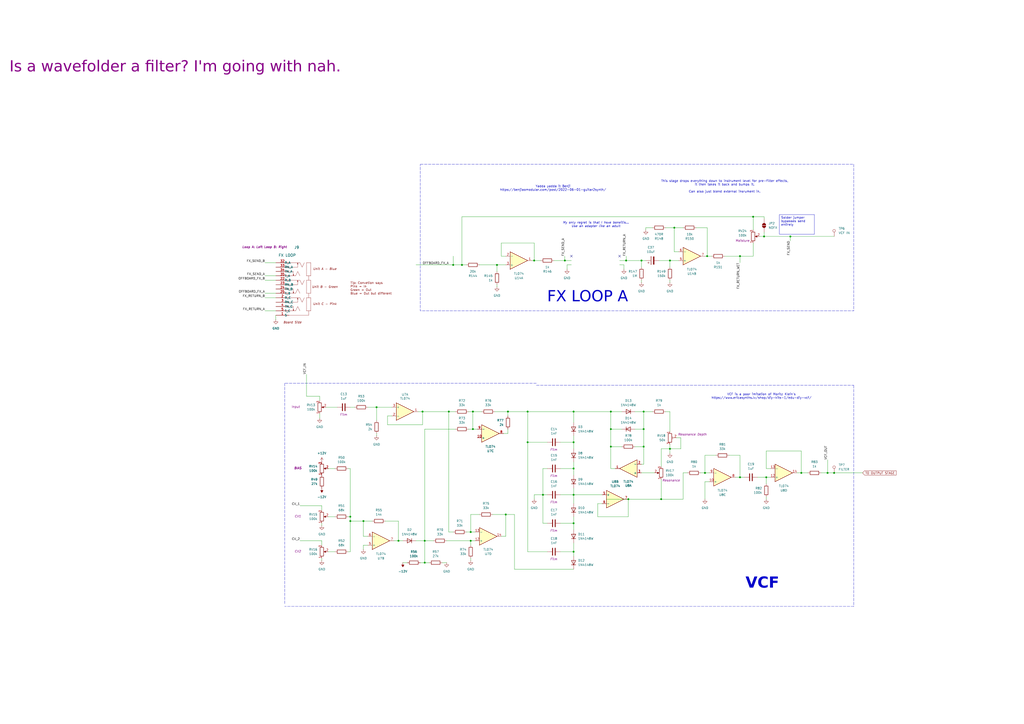
<source format=kicad_sch>
(kicad_sch (version 20231120) (generator "eeschema") (generator_version "8.0")
  (paper "A2")
  (title_block (title "Basiq Explorer") (rev "1.0") (company "velvia-fifty") (comment 1 "https://github.com/velvia-fifty/AudioThings") (comment 2 "If you only sent just one to the fab...") (comment 4 "Stay humble"))
  (lib_symbols
    (symbol "AT-Symbols:STX-4335-5BGP-S1" (pin_names (offset -2.54))
      (property "Reference" "J" (at 11.43 6.35 0))
      (property "Value" "STX-4335-5BGP-S1" (at 20.32 10.16 0))
      (symbol "STX-4335-5BGP-S1_1_1"
        (text "Board Side" (at 9.652 -34.544 0) (effects (font (size 1.27 1.27) (italic yes))))
        (text "Tip: Convetion says\nPink = In\nGreen = Out\nBlue = Out but different" (at 43.18 -14.732 0) (effects (font (size 1.27 1.27)) (justify left)))
        (text "Unit A - Blue" (at 28.448 -3.556 0) (effects (font (size 1.27 1.27) (italic yes))))
        (text "Unit B - Green" (at 28.448 -13.97 0) (effects (font (size 1.27 1.27) (italic yes))))
        (text "Unit C - Pink" (at 28.448 -23.876 0) (effects (font (size 1.27 1.27) (italic yes))))
        (pin unspecified line (at 0 -30.48 0) (length 7.62) (name "S") (number "1"))
        (pin unspecified line (at 0 -20.32 0) (length 7.62) (name "R_C") (number "2"))
        (pin unspecified line (at 0 -10.16 0) (length 7.62) (name "R_B") (number "22"))
        (pin unspecified line (at 0 -12.7 0) (length 7.62) (name "RN_B") (number "23"))
        (pin unspecified line (at 0 -15.24 0) (length 7.62) (name "TN_B") (number "24"))
        (pin unspecified line (at 0 -17.78 0) (length 7.62) (name "T_B") (number "25"))
        (pin unspecified line (at 0 -22.86 0) (length 7.62) (name "RN_C") (number "3"))
        (pin unspecified line (at 0 0 0) (length 7.62) (name "R_A") (number "32"))
        (pin unspecified line (at 0 -2.54 0) (length 7.62) (name "RN_A") (number "33"))
        (pin unspecified line (at 0 -5.08 0) (length 7.62) (name "TN_A") (number "34"))
        (pin unspecified line (at 0 -7.62 0) (length 7.62) (name "T_A") (number "35"))
        (pin unspecified line (at 0 -25.4 0) (length 7.62) (name "TN_C") (number "4"))
        (pin unspecified line (at 0 -27.94 0) (length 7.62) (name "T_C") (number "5"))
      )
    )
    (symbol "Amplifier_Operational:TL074" (pin_names (offset 0.127))
      (property "Reference" "U" (at 0 5.08 0))
      (property "Value" "TL074" (at 0 -5.08 0))
      (symbol "TL074_1_1"
        (pin output line (at 7.62 0 180) (length 2.54) (name "~") (number "1"))
        (pin input line (at -7.62 -2.54 0) (length 2.54) (name "-") (number "2"))
        (pin input line (at -7.62 2.54 0) (length 2.54) (name "+") (number "3"))
      )
      (symbol "TL074_2_1"
        (pin input line (at -7.62 2.54 0) (length 2.54) (name "+") (number "5"))
        (pin input line (at -7.62 -2.54 0) (length 2.54) (name "-") (number "6"))
        (pin output line (at 7.62 0 180) (length 2.54) (name "~") (number "7"))
      )
      (symbol "TL074_3_1"
        (pin input line (at -7.62 2.54 0) (length 2.54) (name "+") (number "10"))
        (pin output line (at 7.62 0 180) (length 2.54) (name "~") (number "8"))
        (pin input line (at -7.62 -2.54 0) (length 2.54) (name "-") (number "9"))
      )
      (symbol "TL074_4_1"
        (pin input line (at -7.62 2.54 0) (length 2.54) (name "+") (number "12"))
        (pin input line (at -7.62 -2.54 0) (length 2.54) (name "-") (number "13"))
        (pin output line (at 7.62 0 180) (length 2.54) (name "~") (number "14"))
      )
      (symbol "TL074_5_1"
        (pin power_in line (at -2.54 -7.62 90) (length 3.81) (name "V-") (number "11"))
        (pin power_in line (at -2.54 7.62 270) (length 3.81) (name "V+") (number "4"))
      )
    )
    (symbol "Connector:TestPoint" (pin_numbers hide) (pin_names (offset 0.762) hide)
      (property "Reference" "TP" (at 0 6.858 0))
      (property "Value" "TestPoint" (at 0 5.08 0))
      (symbol "TestPoint_1_1"
        (pin passive line (at 0 0 90) (length 2.54) (name "1") (number "1"))
      )
    )
    (symbol "Device:C" (pin_numbers hide) (pin_names (offset 0.254))
      (property "Reference" "C" (at 0.635 2.54 0))
      (property "Value" "C" (at 0.635 -2.54 0))
      (symbol "C_1_1"
        (pin passive line (at 0 3.81 270) (length 2.794) (name "~") (number "1"))
        (pin passive line (at 0 -3.81 90) (length 2.794) (name "~") (number "2"))
      )
    )
    (symbol "Device:C_Polarized" (pin_numbers hide) (pin_names (offset 0.254))
      (property "Reference" "C" (at 0.635 2.54 0))
      (property "Value" "C_Polarized" (at 0.635 -2.54 0))
      (symbol "C_Polarized_1_1"
        (pin passive line (at 0 3.81 270) (length 2.794) (name "~") (number "1"))
        (pin passive line (at 0 -3.81 90) (length 2.794) (name "~") (number "2"))
      )
    )
    (symbol "Device:R" (pin_numbers hide) (pin_names (offset 0))
      (property "Reference" "R" (at 2.032 0 90))
      (property "Value" "R" (at 0 0 90))
      (symbol "R_1_1"
        (pin passive line (at 0 3.81 270) (length 1.27) (name "~") (number "1"))
        (pin passive line (at 0 -3.81 90) (length 1.27) (name "~") (number "2"))
      )
    )
    (symbol "Device:R_Potentiometer" (pin_names (offset 1.016) hide)
      (property "Reference" "RV" (at -4.445 0 90))
      (property "Value" "R_Potentiometer" (at -2.54 0 90))
      (symbol "R_Potentiometer_1_1"
        (pin passive line (at 0 3.81 270) (length 1.27) (name "1") (number "1"))
        (pin passive line (at 3.81 0 180) (length 1.27) (name "2") (number "2"))
        (pin passive line (at 0 -3.81 90) (length 1.27) (name "3") (number "3"))
      )
    )
    (symbol "Device:R_Potentiometer_Trim" (pin_names (offset 1.016) hide)
      (property "Reference" "RV" (at -4.445 0 90))
      (property "Value" "R_Potentiometer_Trim" (at -2.54 0 90))
      (symbol "R_Potentiometer_Trim_1_1"
        (pin passive line (at 0 3.81 270) (length 1.27) (name "1") (number "1"))
        (pin passive line (at 3.81 0 180) (length 1.27) (name "2") (number "2"))
        (pin passive line (at 0 -3.81 90) (length 1.27) (name "3") (number "3"))
      )
    )
    (symbol "Diode:1N4148W" (pin_numbers hide) (pin_names hide)
      (property "Reference" "D" (at 0 2.54 0))
      (property "Value" "1N4148W" (at 0 -2.54 0))
      (symbol "1N4148W_1_1"
        (pin passive line (at -3.81 0 0) (length 2.54) (name "K") (number "1"))
        (pin passive line (at 3.81 0 180) (length 2.54) (name "A") (number "2"))
      )
    )
    (symbol "Jumper:SolderJumper_2_Open" (pin_numbers hide) (pin_names (offset 0) hide) (exclude_from_sim yes) (in_bom no)
      (property "Reference" "JP" (at 0 2.032 0))
      (property "Value" "SolderJumper_2_Open" (at 0 -2.54 0))
      (symbol "SolderJumper_2_Open_1_1"
        (pin passive line (at -3.81 0 0) (length 2.54) (name "A") (number "1"))
        (pin passive line (at 3.81 0 180) (length 2.54) (name "B") (number "2"))
      )
    )
    (symbol "power:+12V" (power) (pin_numbers hide) (pin_names (offset 0) hide)
      (property "Value" "+12V" (at 0 3.556 0))
      (symbol "+12V_1_1"
        (pin power_in line (at 0 0 90) (length 0) (name "~") (number "1"))
      )
    )
    (symbol "power:-12V" (power) (pin_numbers hide) (pin_names (offset 0) hide)
      (property "Value" "-12V" (at 0 3.556 0))
      (symbol "-12V_0_0"
        (pin power_in line (at 0 0 90) (length 0) (name "~") (number "1"))
      )
    )
    (symbol "power:GND" (power) (pin_numbers hide) (pin_names (offset 0) hide)
      (property "Value" "GND" (at 0 -3.81 0))
      (symbol "GND_1_1"
        (pin power_in line (at 0 0 270) (length 0) (name "~") (number "1"))
      )
    )
  )
  (junction (at 372.11 151.13))
  (junction (at 274.32 248.92))
  (junction (at 388.62 260.35))
  (junction (at 373.38 248.92))
  (junction (at 210.82 302.26))
  (junction (at 464.82 274.32))
  (junction (at 288.29 153.67))
  (junction (at 429.26 276.86))
  (junction (at 273.05 313.69))
  (junction (at 327.66 151.13))
  (junction (at 383.54 289.56))
  (junction (at 363.22 151.13))
  (junction (at 332.74 256.54))
  (junction (at 373.38 238.76))
  (junction (at 231.14 313.69))
  (junction (at 458.47 137.16))
  (junction (at 408.94 274.32))
  (junction (at 480.06 274.32))
  (junction (at 306.07 238.76))
  (junction (at 260.35 238.76))
  (junction (at 267.97 153.67))
  (junction (at 354.33 259.08))
  (junction (at 294.64 238.76))
  (junction (at 332.74 320.04))
  (junction (at 314.96 287.02))
  (junction (at 364.49 289.56))
  (junction (at 354.33 248.92))
  (junction (at 245.11 238.76))
  (junction (at 246.38 326.39))
  (junction (at 354.33 238.76))
  (junction (at 246.38 313.69))
  (junction (at 373.38 259.08))
  (junction (at 332.74 287.02))
  (junction (at 391.16 132.08))
  (junction (at 436.88 125.73))
  (junction (at 273.05 308.61))
  (junction (at 444.5 276.86))
  (junction (at 332.74 238.76))
  (junction (at 203.2 299.72))
  (junction (at 388.62 151.13))
  (junction (at 274.32 238.76))
  (junction (at 410.21 148.59))
  (junction (at 443.23 137.16))
  (junction (at 429.26 148.59))
  (junction (at 483.87 274.32))
  (junction (at 332.74 271.78))
  (junction (at 293.37 298.45))
  (junction (at 306.07 256.54))
  (junction (at 262.89 153.67))
  (junction (at 332.74 303.53))
  (junction (at 203.2 302.26))
  (junction (at 218.44 236.22))
  (junction (at 309.88 151.13))
  (no_connect (at 359.41 148.59))
  (no_connect (at 331.47 148.59))
  (wire (pts (xy 259.08 313.69) (xy 273.05 313.69)))
  (wire (pts (xy 267.97 125.73) (xy 267.97 153.67)))
  (wire (pts (xy 153.67 172.72) (xy 160.02 172.72)))
  (wire (pts (xy 267.97 153.67) (xy 270.51 153.67)))
  (wire (pts (xy 373.38 248.92) (xy 373.38 259.08)))
  (wire (pts (xy 243.84 326.39) (xy 246.38 326.39)))
  (wire (pts (xy 394.97 254) (xy 394.97 260.35)))
  (wire (pts (xy 227.33 236.22) (xy 218.44 236.22)))
  (wire (pts (xy 262.89 148.59) (xy 262.89 153.67)))
  (wire (pts (xy 203.2 302.26) (xy 203.2 320.04)))
  (wire (pts (xy 443.23 125.73) (xy 436.88 125.73)))
  (wire (pts (xy 260.35 238.76) (xy 264.16 238.76)))
  (wire (pts (xy 314.96 287.02) (xy 317.5 287.02)))
  (wire (pts (xy 443.23 137.16) (xy 458.47 137.16)))
  (wire (pts (xy 374.65 151.13) (xy 372.11 151.13)))
  (wire (pts (xy 391.16 132.08) (xy 396.24 132.08)))
  (wire (pts (xy 327.66 151.13) (xy 331.47 151.13)))
  (wire (pts (xy 372.11 269.24) (xy 373.38 269.24)))
  (wire (pts (xy 173.99 313.69) (xy 186.69 313.69)))
  (wire (pts (xy 203.2 302.26) (xy 210.82 302.26)))
  (wire (pts (xy 271.78 248.92) (xy 274.32 248.92)))
  (wire (pts (xy 273.05 313.69) (xy 273.05 316.23)))
  (wire (pts (xy 273.05 298.45) (xy 273.05 308.61)))
  (wire (pts (xy 325.12 320.04) (xy 332.74 320.04)))
  (wire (pts (xy 186.69 304.8) (xy 186.69 303.53)))
  (wire (pts (xy 288.29 153.67) (xy 288.29 157.48)))
  (wire (pts (xy 186.69 325.12) (xy 186.69 323.85)))
  (wire (pts (xy 293.37 311.15) (xy 290.83 311.15)))
  (wire (pts (xy 256.54 326.39) (xy 259.08 326.39)))
  (wire (pts (xy 313.69 151.13) (xy 309.88 151.13)))
  (wire (pts (xy 359.41 151.13) (xy 363.22 151.13)))
  (wire (pts (xy 274.32 248.92) (xy 276.86 248.92)))
  (wire (pts (xy 439.42 276.86) (xy 444.5 276.86)))
  (wire (pts (xy 383.54 270.51) (xy 383.54 260.35)))
  (wire (pts (xy 287.02 238.76) (xy 294.64 238.76)))
  (polyline (pts (xy 311.15 223.52) (xy 495.3 223.52)) (stroke (width 0) (type dash)))
  (wire (pts (xy 408.94 264.16) (xy 415.29 264.16)))
  (wire (pts (xy 364.49 289.56) (xy 351.79 289.56)))
  (wire (pts (xy 363.22 148.59) (xy 363.22 151.13)))
  (wire (pts (xy 210.82 316.23) (xy 213.36 316.23)))
  (wire (pts (xy 354.33 259.08) (xy 354.33 271.78)))
  (wire (pts (xy 332.74 330.2) (xy 298.45 330.2)))
  (wire (pts (xy 210.82 318.77) (xy 210.82 316.23)))
  (wire (pts (xy 458.47 139.7) (xy 458.47 137.16)))
  (wire (pts (xy 241.3 153.67) (xy 262.89 153.67)))
  (wire (pts (xy 408.94 274.32) (xy 408.94 264.16)))
  (wire (pts (xy 153.67 170.18) (xy 160.02 170.18)))
  (wire (pts (xy 372.11 154.94) (xy 372.11 151.13)))
  (wire (pts (xy 422.91 264.16) (xy 429.26 264.16)))
  (wire (pts (xy 262.89 308.61) (xy 260.35 308.61)))
  (wire (pts (xy 332.74 307.34) (xy 332.74 303.53)))
  (wire (pts (xy 293.37 298.45) (xy 293.37 311.15)))
  (wire (pts (xy 346.71 299.72) (xy 364.49 299.72)))
  (wire (pts (xy 185.42 232.41) (xy 185.42 229.87)))
  (wire (pts (xy 464.82 274.32) (xy 464.82 261.62)))
  (wire (pts (xy 388.62 154.94) (xy 388.62 151.13)))
  (wire (pts (xy 372.11 162.56) (xy 372.11 163.83)))
  (wire (pts (xy 306.07 256.54) (xy 317.5 256.54)))
  (wire (pts (xy 153.67 152.4) (xy 160.02 152.4)))
  (wire (pts (xy 410.21 132.08) (xy 410.21 148.59)))
  (wire (pts (xy 393.7 151.13) (xy 388.62 151.13)))
  (wire (pts (xy 332.74 303.53) (xy 332.74 299.72)))
  (wire (pts (xy 332.74 275.59) (xy 332.74 271.78)))
  (wire (pts (xy 360.68 259.08) (xy 354.33 259.08)))
  (wire (pts (xy 429.26 276.86) (xy 431.8 276.86)))
  (wire (pts (xy 386.08 132.08) (xy 391.16 132.08)))
  (wire (pts (xy 383.54 289.56) (xy 396.24 289.56)))
  (wire (pts (xy 231.14 313.69) (xy 231.14 302.26)))
  (wire (pts (xy 309.88 287.02) (xy 314.96 287.02)))
  (wire (pts (xy 293.37 148.59) (xy 290.83 148.59)))
  (wire (pts (xy 476.25 274.32) (xy 480.06 274.32)))
  (wire (pts (xy 309.88 151.13) (xy 308.61 151.13)))
  (wire (pts (xy 273.05 325.12) (xy 273.05 323.85)))
  (wire (pts (xy 368.3 248.92) (xy 373.38 248.92)))
  (wire (pts (xy 447.04 271.78) (xy 444.5 271.78)))
  (wire (pts (xy 444.5 276.86) (xy 447.04 276.86)))
  (wire (pts (xy 321.31 151.13) (xy 327.66 151.13)))
  (wire (pts (xy 288.29 165.1) (xy 288.29 166.37)))
  (wire (pts (xy 309.88 289.56) (xy 309.88 287.02)))
  (wire (pts (xy 374.65 132.08) (xy 378.46 132.08)))
  (wire (pts (xy 388.62 257.81) (xy 388.62 260.35)))
  (wire (pts (xy 260.35 308.61) (xy 260.35 238.76)))
  (wire (pts (xy 388.62 238.76) (xy 388.62 250.19)))
  (wire (pts (xy 396.24 274.32) (xy 398.78 274.32)))
  (wire (pts (xy 153.67 180.34) (xy 160.02 180.34)))
  (polyline (pts (xy 495.3 223.52) (xy 495.3 351.79)) (stroke (width 0) (type dash)))
  (wire (pts (xy 290.83 140.97) (xy 309.88 140.97)))
  (wire (pts (xy 189.23 236.22) (xy 195.58 236.22)))
  (wire (pts (xy 410.21 148.59) (xy 408.94 148.59)))
  (wire (pts (xy 224.79 246.38) (xy 245.11 246.38)))
  (wire (pts (xy 203.2 299.72) (xy 203.2 302.26)))
  (wire (pts (xy 383.54 260.35) (xy 388.62 260.35)))
  (wire (pts (xy 246.38 313.69) (xy 246.38 326.39)))
  (wire (pts (xy 325.12 271.78) (xy 332.74 271.78)))
  (wire (pts (xy 444.5 271.78) (xy 444.5 261.62)))
  (wire (pts (xy 177.8 217.17) (xy 177.8 229.87)))
  (wire (pts (xy 332.74 271.78) (xy 332.74 267.97)))
  (wire (pts (xy 177.8 229.87) (xy 185.42 229.87)))
  (wire (pts (xy 458.47 137.16) (xy 483.87 137.16)))
  (wire (pts (xy 332.74 287.02) (xy 349.25 287.02)))
  (wire (pts (xy 293.37 153.67) (xy 288.29 153.67)))
  (wire (pts (xy 462.28 274.32) (xy 464.82 274.32)))
  (wire (pts (xy 285.75 298.45) (xy 293.37 298.45)))
  (wire (pts (xy 412.75 148.59) (xy 410.21 148.59)))
  (wire (pts (xy 203.2 299.72) (xy 203.2 271.78)))
  (wire (pts (xy 224.79 241.3) (xy 224.79 246.38)))
  (wire (pts (xy 429.26 264.16) (xy 429.26 276.86)))
  (polyline (pts (xy 495.3 351.79) (xy 165.1 351.79)) (stroke (width 0) (type dash)))
  (wire (pts (xy 332.74 238.76) (xy 354.33 238.76)))
  (wire (pts (xy 346.71 292.1) (xy 349.25 292.1)))
  (wire (pts (xy 153.67 160.02) (xy 160.02 160.02)))
  (wire (pts (xy 325.12 287.02) (xy 332.74 287.02)))
  (wire (pts (xy 306.07 320.04) (xy 317.5 320.04)))
  (wire (pts (xy 278.13 298.45) (xy 273.05 298.45)))
  (wire (pts (xy 429.26 148.59) (xy 436.88 148.59)))
  (wire (pts (xy 332.74 256.54) (xy 332.74 252.73)))
  (wire (pts (xy 328.93 153.67) (xy 331.47 153.67)))
  (wire (pts (xy 201.93 271.78) (xy 203.2 271.78)))
  (wire (pts (xy 361.95 153.67) (xy 359.41 153.67)))
  (wire (pts (xy 246.38 248.92) (xy 264.16 248.92)))
  (wire (pts (xy 241.3 313.69) (xy 246.38 313.69)))
  (wire (pts (xy 388.62 151.13) (xy 382.27 151.13)))
  (wire (pts (xy 245.11 246.38) (xy 245.11 238.76)))
  (polyline (pts (xy 311.15 222.25) (xy 165.1 222.25)) (stroke (width 0) (type dash)))
  (wire (pts (xy 480.06 266.7) (xy 480.06 274.32)))
  (polyline (pts (xy 165.1 222.25) (xy 165.1 261.62)) (stroke (width 0) (type dash)))
  (wire (pts (xy 386.08 238.76) (xy 388.62 238.76)))
  (wire (pts (xy 279.4 238.76) (xy 274.32 238.76)))
  (wire (pts (xy 213.36 311.15) (xy 210.82 311.15)))
  (wire (pts (xy 210.82 302.26) (xy 215.9 302.26)))
  (wire (pts (xy 368.3 238.76) (xy 373.38 238.76)))
  (wire (pts (xy 372.11 274.32) (xy 379.73 274.32)))
  (wire (pts (xy 444.5 289.56) (xy 444.5 288.29)))
  (wire (pts (xy 153.67 162.56) (xy 160.02 162.56)))
  (wire (pts (xy 294.64 248.92) (xy 294.64 251.46)))
  (wire (pts (xy 373.38 238.76) (xy 378.46 238.76)))
  (wire (pts (xy 420.37 148.59) (xy 429.26 148.59)))
  (wire (pts (xy 443.23 134.62) (xy 443.23 137.16)))
  (wire (pts (xy 388.62 162.56) (xy 388.62 163.83)))
  (wire (pts (xy 306.07 256.54) (xy 306.07 320.04)))
  (wire (pts (xy 190.5 320.04) (xy 194.31 320.04)))
  (wire (pts (xy 294.64 238.76) (xy 294.64 241.3)))
  (wire (pts (xy 273.05 308.61) (xy 275.59 308.61)))
  (wire (pts (xy 201.93 320.04) (xy 203.2 320.04)))
  (wire (pts (xy 480.06 274.32) (xy 483.87 274.32)))
  (wire (pts (xy 364.49 289.56) (xy 383.54 289.56)))
  (wire (pts (xy 436.88 133.35) (xy 436.88 125.73)))
  (wire (pts (xy 270.51 308.61) (xy 273.05 308.61)))
  (wire (pts (xy 190.5 299.72) (xy 194.31 299.72)))
  (wire (pts (xy 325.12 256.54) (xy 332.74 256.54)))
  (wire (pts (xy 393.7 146.05) (xy 391.16 146.05)))
  (wire (pts (xy 444.5 261.62) (xy 464.82 261.62)))
  (wire (pts (xy 245.11 238.76) (xy 260.35 238.76)))
  (wire (pts (xy 354.33 238.76) (xy 354.33 248.92)))
  (wire (pts (xy 294.64 238.76) (xy 306.07 238.76)))
  (wire (pts (xy 186.69 295.91) (xy 186.69 293.37)))
  (wire (pts (xy 190.5 271.78) (xy 194.31 271.78)))
  (wire (pts (xy 228.6 313.69) (xy 231.14 313.69)))
  (wire (pts (xy 246.38 326.39) (xy 248.92 326.39)))
  (wire (pts (xy 364.49 299.72) (xy 364.49 289.56)))
  (wire (pts (xy 361.95 156.21) (xy 361.95 153.67)))
  (wire (pts (xy 346.71 292.1) (xy 346.71 299.72)))
  (wire (pts (xy 314.96 271.78) (xy 317.5 271.78)))
  (wire (pts (xy 363.22 151.13) (xy 372.11 151.13)))
  (wire (pts (xy 274.32 238.76) (xy 274.32 248.92)))
  (wire (pts (xy 271.78 238.76) (xy 274.32 238.76)))
  (wire (pts (xy 403.86 132.08) (xy 410.21 132.08)))
  (wire (pts (xy 436.88 125.73) (xy 267.97 125.73)))
  (wire (pts (xy 332.74 292.1) (xy 332.74 287.02)))
  (wire (pts (xy 298.45 330.2) (xy 298.45 298.45)))
  (wire (pts (xy 309.88 140.97) (xy 309.88 151.13)))
  (wire (pts (xy 278.13 153.67) (xy 288.29 153.67)))
  (wire (pts (xy 464.82 274.32) (xy 468.63 274.32)))
  (wire (pts (xy 354.33 248.92) (xy 360.68 248.92)))
  (wire (pts (xy 373.38 259.08) (xy 373.38 269.24)))
  (wire (pts (xy 210.82 311.15) (xy 210.82 302.26)))
  (wire (pts (xy 396.24 289.56) (xy 396.24 274.32)))
  (wire (pts (xy 186.69 316.23) (xy 186.69 313.69)))
  (wire (pts (xy 408.94 279.4) (xy 408.94 289.56)))
  (polyline (pts (xy 165.1 261.62) (xy 165.1 350.52)) (stroke (width 0) (type dash)))
  (wire (pts (xy 246.38 313.69) (xy 246.38 248.92)))
  (wire (pts (xy 429.26 152.4) (xy 429.26 148.59)))
  (wire (pts (xy 483.87 274.32) (xy 500.38 274.32)))
  (wire (pts (xy 360.68 238.76) (xy 354.33 238.76)))
  (wire (pts (xy 332.74 320.04) (xy 332.74 314.96)))
  (wire (pts (xy 242.57 238.76) (xy 245.11 238.76)))
  (wire (pts (xy 356.87 271.78) (xy 354.33 271.78)))
  (wire (pts (xy 314.96 271.78) (xy 314.96 287.02)))
  (wire (pts (xy 426.72 276.86) (xy 429.26 276.86)))
  (wire (pts (xy 262.89 153.67) (xy 267.97 153.67)))
  (wire (pts (xy 436.88 140.97) (xy 436.88 148.59)))
  (wire (pts (xy 203.2 236.22) (xy 205.74 236.22)))
  (wire (pts (xy 443.23 137.16) (xy 440.69 137.16)))
  (wire (pts (xy 213.36 236.22) (xy 218.44 236.22)))
  (wire (pts (xy 391.16 146.05) (xy 391.16 132.08)))
  (wire (pts (xy 314.96 287.02) (xy 314.96 303.53)))
  (wire (pts (xy 332.74 260.35) (xy 332.74 256.54)))
  (wire (pts (xy 325.12 303.53) (xy 332.74 303.53)))
  (wire (pts (xy 383.54 278.13) (xy 383.54 289.56)))
  (wire (pts (xy 443.23 127) (xy 443.23 125.73)))
  (wire (pts (xy 273.05 313.69) (xy 275.59 313.69)))
  (wire (pts (xy 306.07 238.76) (xy 332.74 238.76)))
  (wire (pts (xy 374.65 133.35) (xy 374.65 132.08)))
  (wire (pts (xy 306.07 238.76) (xy 306.07 256.54)))
  (wire (pts (xy 231.14 313.69) (xy 233.68 313.69)))
  (wire (pts (xy 411.48 274.32) (xy 408.94 274.32)))
  (wire (pts (xy 290.83 148.59) (xy 290.83 140.97)))
  (wire (pts (xy 218.44 236.22) (xy 218.44 243.84)))
  (wire (pts (xy 173.99 293.37) (xy 186.69 293.37)))
  (wire (pts (xy 411.48 279.4) (xy 408.94 279.4)))
  (wire (pts (xy 314.96 303.53) (xy 317.5 303.53)))
  (wire (pts (xy 185.42 242.57) (xy 185.42 240.03)))
  (wire (pts (xy 332.74 245.11) (xy 332.74 238.76)))
  (wire (pts (xy 392.43 254) (xy 394.97 254)))
  (wire (pts (xy 251.46 313.69) (xy 246.38 313.69)))
  (wire (pts (xy 354.33 259.08) (xy 354.33 248.92)))
  (wire (pts (xy 218.44 252.73) (xy 218.44 251.46)))
  (wire (pts (xy 294.64 251.46) (xy 292.1 251.46)))
  (wire (pts (xy 223.52 302.26) (xy 231.14 302.26)))
  (wire (pts (xy 233.68 326.39) (xy 236.22 326.39)))
  (wire (pts (xy 394.97 260.35) (xy 388.62 260.35)))
  (wire (pts (xy 332.74 322.58) (xy 332.74 320.04)))
  (wire (pts (xy 327.66 148.59) (xy 327.66 151.13)))
  (wire (pts (xy 160.02 185.42) (xy 160.02 182.88)))
  (wire (pts (xy 444.5 280.67) (xy 444.5 276.86)))
  (wire (pts (xy 373.38 238.76) (xy 373.38 248.92)))
  (wire (pts (xy 406.4 274.32) (xy 408.94 274.32)))
  (wire (pts (xy 201.93 299.72) (xy 203.2 299.72)))
  (wire (pts (xy 388.62 260.35) (xy 388.62 262.89)))
  (wire (pts (xy 328.93 156.21) (xy 328.93 153.67)))
  (wire (pts (xy 293.37 298.45) (xy 298.45 298.45)))
  (wire (pts (xy 227.33 241.3) (xy 224.79 241.3)))
  (wire (pts (xy 368.3 259.08) (xy 373.38 259.08)))
  (wire (pts (xy 332.74 283.21) (xy 332.74 287.02)))
  (rectangle (start 243.84 95.25) (end 495.3 180.34) (stroke (width 0) (type dash)))
  (text_box "Solder jumper bypasses send entirely" (at 452.12 124.46 0) (size 20.32 11.43) (effects (font (size 1.27 1.27)) (justify left top)))
  (text "FX LOOP A" (at 340.868 173.99 0) (effects (font (size 6.35 6.35))))
  (text "VCF" (at 442.214 340.106 0) (effects (font (size 6.35 6.35) (thickness 1.016) (bold yes))))
  (text "This stage drops everything down to instrument level for pre-filter effects,\nit then takes it back and bumps it.\n\nCan also just blend external insrument in." (at 420.37 108.204 0) (effects (font (size 1.27 1.27))))
  (text "Yadda yadda it Benji\nhttps://benjiaomodular.com/post/2022-06-01-guitar2synth/" (at 320.802 109.22 0) (effects (font (size 1.27 1.27))))
  (text "My only regret is that I hsve boneitis...\nUse an adapter like an adult" (at 345.694 130.302 0) (effects (font (size 1.27 1.27) (italic yes))))
  (text "VCF is a poor imitation of Moritz Klein's\nhttps://www.ericasynths.lv/shop/diy-kits-1/edu-diy-vcf/" (at 441.706 229.87 0) (effects (font (size 1.27 1.27))))
  (text "Is a wavefolder a filter? I'm going with nah." (at 101.6 40.64 0) (effects (font (size 6.35 6.35) (italic yes))))
  (label "FX_RETURN_A" (at 363.22 148.59 90))
  (label "FX_RETURN_WET" (at 429.26 152.4 270))
  (label "VCF_IN" (at 177.8 217.17 90))
  (label "FX_SEND_B" (at 153.67 152.4 180))
  (label "OFFBOARD_FX_A" (at 153.67 170.18 180))
  (label "FX_SEND_A" (at 327.66 148.59 90))
  (label "CV_1" (at 173.99 293.37 180))
  (label "OFFBOARD_FX_A" (at 260.35 153.67 180))
  (label "VCF_OUT" (at 480.06 266.7 90))
  (label "FX_SEND_A" (at 153.67 160.02 180))
  (label "OFFBOARD_FX_B" (at 153.67 162.56 180))
  (label "FX_RETURN_B" (at 153.67 172.72 180))
  (label "FX_SEND" (at 458.47 139.7 270))
  (label "FX_RETURN_A" (at 153.67 180.34 180))
  (label "CV_2" (at 173.99 313.69 180))
  (global_label "TO OUTPUT STAGE" (shape input) (at 500.38 274.32 0) (property "Intersheetrefs" "${INTERSHEET_REFS}" (effects (hide yes))))
  (symbol (lib_id "Device:R_Potentiometer") (at 186.69 320.04 0) (mirror x) (unit 1)
    (property "Reference" "RV16" (at 184.15 318.7699 0) (effects (justify right)))
    (property "Value" "100k" (at 184.15 321.3099 0) (effects (justify right)))
    (property "Footprint" "Resistor_SMD:R_0805_2012Metric_Pad1.20x1.40mm_HandSolder" (effects (hide yes)))
    (property "Description" "Potentiometer" (effects (hide yes)))
    (property "Control" "CV2" (at 172.72 319.786 0) (effects (font (italic yes))))
  )
  (symbol (lib_id "Amplifier_Operational:TL074") (at 419.1 276.86 0) (mirror x) (unit 3)
    (property "Reference" "U8" (at 419.1 287.02 0))
    (property "Value" "TL074" (at 419.1 284.48 0))
    (property "Footprint" "Package_SO:TSSOP-14_4.4x5mm_P0.65mm" (effects (hide yes)))
    (property "Datasheet" "http://www.ti.com/lit/ds/symlink/tl071.pdf" (effects (hide yes)))
    (property "Description" "Quad Low-Noise JFET-Input Operational Amplifiers, DIP-14/SOIC-14" (effects (hide yes)))
  )
  (symbol (lib_id "power:GND") (at 388.62 262.89 0) (unit 1)
    (property "Reference" "#PWR067" (effects (hide yes)))
    (property "Value" "GND" (at 388.62 267.97 0))
    (property "Description" "Power symbol creates a global label with name \"GND\" , ground" (effects (hide yes)))
  )
  (symbol (lib_id "Device:C") (at 321.31 303.53 90) (unit 1)
    (property "Reference" "C17" (at 321.31 295.91 90))
    (property "Value" "1nF" (at 321.31 298.45 90))
    (property "Footprint" "Capacitor_SMD:C_0805_2012Metric_Pad1.18x1.45mm_HandSolder" (effects (hide yes)))
    (property "Description" "Unpolarized capacitor" (effects (hide yes)))
    (property "Type" "Film" (at 319.278 307.086 90) (effects (font (italic yes)) (justify right bottom)))
  )
  (symbol (lib_id "Device:R") (at 252.73 326.39 90) (unit 1)
    (property "Reference" "R57" (at 252.73 320.04 90))
    (property "Value" "27k" (at 252.73 322.58 90))
    (property "Footprint" "Resistor_SMD:R_0805_2012Metric_Pad1.20x1.40mm_HandSolder" (effects (hide yes)))
    (property "Description" "Resistor" (effects (hide yes)))
  )
  (symbol (lib_id "Diode:1N4148W") (at 237.49 313.69 0) (mirror y) (unit 1)
    (property "Reference" "D2" (at 237.49 307.34 0))
    (property "Value" "1N4148W" (at 237.49 309.88 0))
    (property "Footprint" "Diode_SMD:D_0805_2012Metric_Pad1.15x1.40mm_HandSolder" (effects (hide yes)))
    (property "Datasheet" "https://www.vishay.com/docs/85748/1n4148w.pdf" (effects (hide yes)))
    (property "Description" "75V 0.15A Fast Switching Diode, SOD-123" (effects (hide yes)))
    (property "Sim.Device" "D" (effects (hide yes)))
    (property "Sim.Pins" "1=K 2=A" (effects (hide yes)))
  )
  (symbol (lib_id "Device:R_Potentiometer") (at 185.42 236.22 0) (mirror x) (unit 1)
    (property "Reference" "RV13" (at 182.88 234.9499 0) (effects (justify right)))
    (property "Value" "100k" (at 182.88 237.4899 0) (effects (justify right)))
    (property "Footprint" "Resistor_SMD:R_0805_2012Metric_Pad1.20x1.40mm_HandSolder" (effects (hide yes)))
    (property "Description" "Potentiometer" (effects (hide yes)))
    (property "Control" "Input" (at 171.45 235.966 0) (effects (font (italic yes))))
  )
  (symbol (lib_id "power:GND") (at 288.29 166.37 0) (unit 1)
    (property "Reference" "#PWR0109" (effects (hide yes)))
    (property "Value" "GND" (at 288.29 171.45 0))
    (property "Description" "Power symbol creates a global label with name \"GND\" , ground" (effects (hide yes)))
  )
  (symbol (lib_id "Device:R") (at 372.11 158.75 0) (mirror x) (unit 1)
    (property "Reference" "R147" (at 369.6516 157.4799 0) (effects (justify right)))
    (property "Value" "1M" (at 369.6516 160.0199 0) (effects (justify right)))
    (property "Footprint" "Resistor_SMD:R_0805_2012Metric_Pad1.20x1.40mm_HandSolder" (effects (hide yes)))
    (property "Description" "Resistor" (effects (hide yes)))
  )
  (symbol (lib_id "power:GND") (at 160.02 185.42 0) (mirror y) (unit 1)
    (property "Reference" "#PWR022" (effects (hide yes)))
    (property "Value" "GND" (at 160.02 190.5 0))
    (property "Description" "Power symbol creates a global label with name \"GND\" , ground" (effects (hide yes)))
  )
  (symbol (lib_id "power:GND") (at 186.69 304.8 0) (unit 1)
    (property "Reference" "#PWR059" (effects (hide yes)))
    (property "Value" "GND" (at 186.69 309.88 0))
    (property "Description" "Power symbol creates a global label with name \"GND\" , ground" (effects (hide yes)))
  )
  (symbol (lib_id "Diode:1N4148W") (at 332.74 279.4 90) (unit 1)
    (property "Reference" "D9" (at 335.28 278.1299 90) (effects (justify right)))
    (property "Value" "1N4148W" (at 335.28 280.6699 90) (effects (justify right)))
    (property "Footprint" "Diode_SMD:D_0805_2012Metric_Pad1.15x1.40mm_HandSolder" (effects (hide yes)))
    (property "Datasheet" "https://www.vishay.com/docs/85748/1n4148w.pdf" (effects (hide yes)))
    (property "Description" "75V 0.15A Fast Switching Diode, SOD-123" (effects (hide yes)))
    (property "Sim.Device" "D" (effects (hide yes)))
    (property "Sim.Pins" "1=K 2=A" (effects (hide yes)))
  )
  (symbol (lib_id "Device:C") (at 321.31 320.04 90) (unit 1)
    (property "Reference" "C18" (at 321.31 312.42 90))
    (property "Value" "1nF" (at 321.31 314.96 90))
    (property "Footprint" "Capacitor_SMD:C_0805_2012Metric_Pad1.18x1.45mm_HandSolder" (effects (hide yes)))
    (property "Description" "Unpolarized capacitor" (effects (hide yes)))
    (property "Type" "Film" (at 319.278 323.596 90) (effects (font (italic yes)) (justify right bottom)))
  )
  (symbol (lib_id "Device:R") (at 388.62 158.75 0) (mirror x) (unit 1)
    (property "Reference" "R149" (at 386.1616 157.4799 0) (effects (justify right)))
    (property "Value" "150k" (at 386.1616 160.0199 0) (effects (justify right)))
    (property "Footprint" "Resistor_SMD:R_0805_2012Metric_Pad1.20x1.40mm_HandSolder" (effects (hide yes)))
    (property "Description" "Resistor" (effects (hide yes)))
  )
  (symbol (lib_id "Device:R") (at 219.71 302.26 90) (unit 1)
    (property "Reference" "R55" (at 219.71 295.91 90))
    (property "Value" "14k" (at 219.71 298.45 90))
    (property "Footprint" "Resistor_SMD:R_0805_2012Metric_Pad1.20x1.40mm_HandSolder" (effects (hide yes)))
    (property "Description" "Resistor" (effects (hide yes)))
  )
  (symbol (lib_id "power:GND") (at 408.94 289.56 0) (unit 1)
    (property "Reference" "#PWR068" (effects (hide yes)))
    (property "Value" "GND" (at 408.94 294.64 0))
    (property "Description" "Power symbol creates a global label with name \"GND\" , ground" (effects (hide yes)))
  )
  (symbol (lib_id "Device:R") (at 255.27 313.69 90) (unit 1)
    (property "Reference" "R70" (at 255.27 307.34 90))
    (property "Value" "33k" (at 255.27 309.88 90))
    (property "Footprint" "Resistor_SMD:R_0805_2012Metric_Pad1.20x1.40mm_HandSolder" (effects (hide yes)))
    (property "Description" "Resistor" (effects (hide yes)))
  )
  (symbol (lib_id "Device:R") (at 198.12 320.04 90) (unit 1)
    (property "Reference" "R52" (at 198.12 313.69 90))
    (property "Value" "68k" (at 198.12 316.23 90))
    (property "Footprint" "Resistor_SMD:R_0805_2012Metric_Pad1.20x1.40mm_HandSolder" (effects (hide yes)))
    (property "Description" "Resistor" (effects (hide yes)))
  )
  (symbol (lib_id "Device:R") (at 283.21 238.76 90) (unit 1)
    (property "Reference" "R76" (at 283.21 232.41 90))
    (property "Value" "33k" (at 283.21 234.95 90))
    (property "Footprint" "Resistor_SMD:R_0805_2012Metric_Pad1.20x1.40mm_HandSolder" (effects (hide yes)))
    (property "Description" "Resistor" (effects (hide yes)))
  )
  (symbol (lib_id "Device:C") (at 199.39 236.22 90) (unit 1)
    (property "Reference" "C13" (at 199.39 228.6 90))
    (property "Value" "1uF" (at 199.39 231.14 90))
    (property "Footprint" "Capacitor_SMD:C_0805_2012Metric_Pad1.18x1.45mm_HandSolder" (effects (hide yes)))
    (property "Description" "Unpolarized capacitor" (effects (hide yes)))
    (property "Type" "Film" (at 197.358 239.776 90) (effects (font (italic yes)) (justify right bottom)))
  )
  (symbol (lib_id "Device:R") (at 198.12 271.78 90) (unit 1)
    (property "Reference" "R50" (at 198.12 265.43 90))
    (property "Value" "100k" (at 198.12 267.97 90))
    (property "Footprint" "Resistor_SMD:R_0805_2012Metric_Pad1.20x1.40mm_HandSolder" (effects (hide yes)))
    (property "Description" "Resistor" (effects (hide yes)))
  )
  (symbol (lib_id "Device:R") (at 382.27 238.76 90) (unit 1)
    (property "Reference" "R79" (at 382.27 232.41 90))
    (property "Value" "1k" (at 382.27 234.95 90))
    (property "Footprint" "Resistor_SMD:R_0805_2012Metric_Pad1.20x1.40mm_HandSolder" (effects (hide yes)))
    (property "Description" "Resistor" (effects (hide yes)))
  )
  (symbol (lib_id "Device:R") (at 266.7 308.61 90) (unit 1)
    (property "Reference" "R71" (at 266.7 302.26 90))
    (property "Value" "33k" (at 266.7 304.8 90))
    (property "Footprint" "Resistor_SMD:R_0805_2012Metric_Pad1.20x1.40mm_HandSolder" (effects (hide yes)))
    (property "Description" "Resistor" (effects (hide yes)))
  )
  (symbol (lib_id "power:GND") (at 309.88 289.56 0) (unit 1)
    (property "Reference" "#PWR066" (effects (hide yes)))
    (property "Value" "GND" (at 309.88 294.64 0))
    (property "Description" "Power symbol creates a global label with name \"GND\" , ground" (effects (hide yes)))
  )
  (symbol (lib_id "power:+12V") (at 186.69 267.97 0) (unit 1)
    (property "Reference" "#PWR057" (effects (hide yes)))
    (property "Value" "+12V" (at 186.69 262.89 0))
    (property "Description" "Power symbol creates a global label with name \"+12V\"" (effects (hide yes)))
  )
  (symbol (lib_id "Connector:TestPoint") (at 483.87 137.16 0) (unit 1)
    (property "Reference" "TP6" (at 486.41 132.5879 0) (effects (justify left)))
    (property "Value" "VCF IN" (at 486.41 135.1279 0) (effects (justify left)))
    (property "Footprint" "TestPoint:TestPoint_Pad_1.0x1.0mm" (effects (hide yes)))
    (property "Description" "test point" (effects (hide yes)))
  )
  (symbol (lib_id "Jumper:SolderJumper_2_Open") (at 443.23 130.81 270) (mirror x) (unit 1) (exclude_from_sim yes) (in_bom no)
    (property "Reference" "JP2" (at 445.77 129.5399 90) (effects (justify left)))
    (property "Value" "NOFX" (at 445.77 132.0799 90) (effects (justify left)))
    (property "Footprint" "Jumper:SolderJumper-2_P1.3mm_Open_TrianglePad1.0x1.5mm" (effects (hide yes)))
    (property "Description" "Solder Jumper, 2-pole, open" (effects (hide yes)))
  )
  (symbol (lib_id "Device:R") (at 416.56 148.59 90) (mirror x) (unit 1)
    (property "Reference" "R151" (at 416.56 154.94 90))
    (property "Value" "1k" (at 416.56 152.4 90))
    (property "Footprint" "Resistor_SMD:R_0805_2012Metric_Pad1.20x1.40mm_HandSolder" (effects (hide yes)))
    (property "Description" "Resistor" (effects (hide yes)))
  )
  (symbol (lib_id "power:GND") (at 273.05 325.12 0) (unit 1)
    (property "Reference" "#PWR065" (effects (hide yes)))
    (property "Value" "GND" (at 273.05 330.2 0))
    (property "Description" "Power symbol creates a global label with name \"GND\" , ground" (effects (hide yes)))
  )
  (symbol (lib_id "power:GND") (at 444.5 289.56 0) (unit 1)
    (property "Reference" "#PWR069" (effects (hide yes)))
    (property "Value" "GND" (at 444.5 294.64 0))
    (property "Description" "Power symbol creates a global label with name \"GND\" , ground" (effects (hide yes)))
  )
  (symbol (lib_id "Device:C") (at 321.31 256.54 90) (unit 1)
    (property "Reference" "C14" (at 321.31 248.92 90))
    (property "Value" "1nF" (at 321.31 251.46 90))
    (property "Footprint" "Capacitor_SMD:C_0805_2012Metric_Pad1.18x1.45mm_HandSolder" (effects (hide yes)))
    (property "Description" "Unpolarized capacitor" (effects (hide yes)))
    (property "Type" "Film" (at 319.278 260.096 90) (effects (font (italic yes)) (justify right bottom)))
  )
  (symbol (lib_id "Device:R_Potentiometer") (at 186.69 299.72 0) (mirror x) (unit 1)
    (property "Reference" "RV15" (at 184.15 298.4499 0) (effects (justify right)))
    (property "Value" "100k" (at 184.15 300.9899 0) (effects (justify right)))
    (property "Footprint" "Resistor_SMD:R_0805_2012Metric_Pad1.20x1.40mm_HandSolder" (effects (hide yes)))
    (property "Description" "Potentiometer" (effects (hide yes)))
    (property "Control" "CV1" (at 172.72 299.466 0) (effects (font (italic yes))))
  )
  (symbol (lib_id "power:GND") (at 361.95 156.21 0) (mirror y) (unit 1)
    (property "Reference" "#PWR024" (effects (hide yes)))
    (property "Value" "GND" (at 361.95 161.29 0))
    (property "Description" "Power symbol creates a global label with name \"GND\" , ground" (effects (hide yes)))
  )
  (symbol (lib_id "Device:R") (at 274.32 153.67 90) (mirror x) (unit 1)
    (property "Reference" "R144" (at 274.32 160.02 90))
    (property "Value" "20k" (at 274.32 157.48 90))
    (property "Footprint" "Resistor_SMD:R_0805_2012Metric_Pad1.20x1.40mm_HandSolder" (effects (hide yes)))
    (property "Description" "Resistor" (effects (hide yes)))
  )
  (symbol (lib_id "Amplifier_Operational:TL074") (at 364.49 271.78 180) (unit 1)
    (property "Reference" "U8" (at 364.49 281.686 0))
    (property "Value" "TL074" (at 364.49 279.4 0))
    (property "Footprint" "Package_SO:TSSOP-14_4.4x5mm_P0.65mm" (effects (hide yes)))
    (property "Datasheet" "http://www.ti.com/lit/ds/symlink/tl071.pdf" (effects (hide yes)))
    (property "Description" "Quad Low-Noise JFET-Input Operational Amplifiers, DIP-14/SOIC-14" (effects (hide yes)))
  )
  (symbol (lib_id "Device:C") (at 321.31 287.02 90) (unit 1)
    (property "Reference" "C16" (at 321.31 279.4 90))
    (property "Value" "1nF" (at 321.31 281.94 90))
    (property "Footprint" "Capacitor_SMD:C_0805_2012Metric_Pad1.18x1.45mm_HandSolder" (effects (hide yes)))
    (property "Description" "Unpolarized capacitor" (effects (hide yes)))
    (property "Type" "Film" (at 319.278 290.576 90) (effects (font (italic yes)) (justify right bottom)))
  )
  (symbol (lib_id "Device:R") (at 402.59 274.32 90) (unit 1)
    (property "Reference" "R80" (at 402.59 267.97 90))
    (property "Value" "1k" (at 402.59 270.51 90))
    (property "Footprint" "Resistor_SMD:R_0805_2012Metric_Pad1.20x1.40mm_HandSolder" (effects (hide yes)))
    (property "Description" "Resistor" (effects (hide yes)))
  )
  (symbol (lib_id "Diode:1N4148W") (at 332.74 326.39 90) (unit 1)
    (property "Reference" "D12" (at 335.28 325.1199 90) (effects (justify right)))
    (property "Value" "1N4148W" (at 335.28 327.6599 90) (effects (justify right)))
    (property "Footprint" "Diode_SMD:D_0805_2012Metric_Pad1.15x1.40mm_HandSolder" (effects (hide yes)))
    (property "Datasheet" "https://www.vishay.com/docs/85748/1n4148w.pdf" (effects (hide yes)))
    (property "Description" "75V 0.15A Fast Switching Diode, SOD-123" (effects (hide yes)))
    (property "Sim.Device" "D" (effects (hide yes)))
    (property "Sim.Pins" "1=K 2=A" (effects (hide yes)))
  )
  (symbol (lib_id "Device:R") (at 382.27 132.08 90) (mirror x) (unit 1)
    (property "Reference" "R148" (at 382.27 138.43 90))
    (property "Value" "470R" (at 382.27 135.89 90))
    (property "Footprint" "Resistor_SMD:R_0805_2012Metric_Pad1.20x1.40mm_HandSolder" (effects (hide yes)))
    (property "Description" "Resistor" (effects (hide yes)))
  )
  (symbol (lib_id "Device:R") (at 186.69 279.4 0) (mirror x) (unit 1)
    (property "Reference" "R49" (at 184.2316 278.1299 0) (effects (justify right)))
    (property "Value" "27k" (at 184.2316 280.6699 0) (effects (justify right)))
    (property "Footprint" "Resistor_SMD:R_0805_2012Metric_Pad1.20x1.40mm_HandSolder" (effects (hide yes)))
    (property "Description" "Resistor" (effects (hide yes)))
  )
  (symbol (lib_id "Amplifier_Operational:TL074") (at 283.21 311.15 0) (mirror x) (unit 4)
    (property "Reference" "U7" (at 283.21 321.31 0))
    (property "Value" "TL074" (at 283.21 318.77 0))
    (property "Footprint" "Package_SO:TSSOP-14_4.4x5mm_P0.65mm" (effects (hide yes)))
    (property "Datasheet" "http://www.ti.com/lit/ds/symlink/tl071.pdf" (effects (hide yes)))
    (property "Description" "Quad Low-Noise JFET-Input Operational Amplifiers, DIP-14/SOIC-14" (effects (hide yes)))
  )
  (symbol (lib_id "Diode:1N4148W") (at 364.49 248.92 0) (mirror x) (unit 1)
    (property "Reference" "D14" (at 364.49 242.57 0))
    (property "Value" "1N4148W" (at 364.49 245.11 0))
    (property "Footprint" "Diode_SMD:D_0805_2012Metric_Pad1.15x1.40mm_HandSolder" (effects (hide yes)))
    (property "Datasheet" "https://www.vishay.com/docs/85748/1n4148w.pdf" (effects (hide yes)))
    (property "Description" "75V 0.15A Fast Switching Diode, SOD-123" (effects (hide yes)))
    (property "Sim.Device" "D" (effects (hide yes)))
    (property "Sim.Pins" "1=K 2=A" (effects (hide yes)))
  )
  (symbol (lib_id "Device:R") (at 419.1 264.16 90) (unit 1)
    (property "Reference" "R81" (at 419.1 257.81 90))
    (property "Value" "33k" (at 419.1 260.35 90))
    (property "Footprint" "Resistor_SMD:R_0805_2012Metric_Pad1.20x1.40mm_HandSolder" (effects (hide yes)))
    (property "Description" "Resistor" (effects (hide yes)))
  )
  (symbol (lib_id "Device:R") (at 267.97 248.92 90) (unit 1)
    (property "Reference" "R73" (at 267.97 242.57 90))
    (property "Value" "33k" (at 267.97 245.11 90))
    (property "Footprint" "Resistor_SMD:R_0805_2012Metric_Pad1.20x1.40mm_HandSolder" (effects (hide yes)))
    (property "Description" "Resistor" (effects (hide yes)))
  )
  (symbol (lib_id "Device:R") (at 294.64 245.11 0) (mirror x) (unit 1)
    (property "Reference" "R77" (at 292.1816 243.8399 0) (effects (justify right)))
    (property "Value" "2k" (at 292.1816 246.3799 0) (effects (justify right)))
    (property "Footprint" "Resistor_SMD:R_0805_2012Metric_Pad1.20x1.40mm_HandSolder" (effects (hide yes)))
    (property "Description" "Resistor" (effects (hide yes)))
  )
  (symbol (lib_id "Diode:1N4148W") (at 332.74 311.15 90) (unit 1)
    (property "Reference" "D11" (at 335.28 309.8799 90) (effects (justify right)))
    (property "Value" "1N4148W" (at 335.28 312.4199 90) (effects (justify right)))
    (property "Footprint" "Diode_SMD:D_0805_2012Metric_Pad1.15x1.40mm_HandSolder" (effects (hide yes)))
    (property "Datasheet" "https://www.vishay.com/docs/85748/1n4148w.pdf" (effects (hide yes)))
    (property "Description" "75V 0.15A Fast Switching Diode, SOD-123" (effects (hide yes)))
    (property "Sim.Device" "D" (effects (hide yes)))
    (property "Sim.Pins" "1=K 2=A" (effects (hide yes)))
  )
  (symbol (lib_id "Device:R") (at 281.94 298.45 90) (unit 1)
    (property "Reference" "R75" (at 281.94 292.1 90))
    (property "Value" "33k" (at 281.94 294.64 90))
    (property "Footprint" "Resistor_SMD:R_0805_2012Metric_Pad1.20x1.40mm_HandSolder" (effects (hide yes)))
    (property "Description" "Resistor" (effects (hide yes)))
  )
  (symbol (lib_id "Device:R") (at 400.05 132.08 90) (mirror x) (unit 1)
    (property "Reference" "R150" (at 400.05 138.43 90))
    (property "Value" "10k" (at 400.05 135.89 90))
    (property "Footprint" "Resistor_SMD:R_0805_2012Metric_Pad1.20x1.40mm_HandSolder" (effects (hide yes)))
    (property "Description" "Resistor" (effects (hide yes)))
  )
  (symbol (lib_id "Device:R_Potentiometer") (at 383.54 274.32 180) (unit 1)
    (property "Reference" "RV17" (at 386.08 273.0499 0) (effects (justify right)))
    (property "Value" "100k" (at 386.08 275.5899 0) (effects (justify right)))
    (property "Footprint" "Resistor_SMD:R_0805_2012Metric_Pad1.20x1.40mm_HandSolder" (effects (hide yes)))
    (property "Description" "Potentiometer" (effects (hide yes)))
    (property "Control" "Resonance" (at 389.382 278.638 0) (effects (font (italic yes))))
  )
  (symbol (lib_id "Diode:1N4148W") (at 332.74 295.91 90) (unit 1)
    (property "Reference" "D10" (at 335.28 294.6399 90) (effects (justify right)))
    (property "Value" "1N4148W" (at 335.28 297.1799 90) (effects (justify right)))
    (property "Footprint" "Diode_SMD:D_0805_2012Metric_Pad1.15x1.40mm_HandSolder" (effects (hide yes)))
    (property "Datasheet" "https://www.vishay.com/docs/85748/1n4148w.pdf" (effects (hide yes)))
    (property "Description" "75V 0.15A Fast Switching Diode, SOD-123" (effects (hide yes)))
    (property "Sim.Device" "D" (effects (hide yes)))
    (property "Sim.Pins" "1=K 2=A" (effects (hide yes)))
  )
  (symbol (lib_id "power:GND") (at 185.42 242.57 0) (mirror y) (unit 1)
    (property "Reference" "#PWR056" (effects (hide yes)))
    (property "Value" "GND" (at 185.42 247.65 0))
    (property "Description" "Power symbol creates a global label with name \"GND\" , ground" (effects (hide yes)))
  )
  (symbol (lib_id "Amplifier_Operational:TL074") (at 220.98 313.69 0) (mirror x) (unit 2)
    (property "Reference" "U7" (at 220.98 323.85 0))
    (property "Value" "TL074" (at 220.98 321.31 0))
    (property "Footprint" "Package_SO:TSSOP-14_4.4x5mm_P0.65mm" (effects (hide yes)))
    (property "Datasheet" "http://www.ti.com/lit/ds/symlink/tl071.pdf" (effects (hide yes)))
    (property "Description" "Quad Low-Noise JFET-Input Operational Amplifiers, DIP-14/SOIC-14" (effects (hide yes)))
  )
  (symbol (lib_id "Amplifier_Operational:TL074") (at 284.48 251.46 0) (mirror x) (unit 3)
    (property "Reference" "U7" (at 284.48 261.62 0))
    (property "Value" "TL074" (at 284.48 259.08 0))
    (property "Footprint" "Package_SO:TSSOP-14_4.4x5mm_P0.65mm" (effects (hide yes)))
    (property "Datasheet" "http://www.ti.com/lit/ds/symlink/tl071.pdf" (effects (hide yes)))
    (property "Description" "Quad Low-Noise JFET-Input Operational Amplifiers, DIP-14/SOIC-14" (effects (hide yes)))
  )
  (symbol (lib_id "power:GND") (at 186.69 325.12 0) (unit 1)
    (property "Reference" "#PWR060" (effects (hide yes)))
    (property "Value" "GND" (at 186.69 330.2 0))
    (property "Description" "Power symbol creates a global label with name \"GND\" , ground" (effects (hide yes)))
  )
  (symbol (lib_id "Device:R") (at 218.44 247.65 0) (mirror x) (unit 1)
    (property "Reference" "R54" (at 215.9816 246.3799 0) (effects (justify right)))
    (property "Value" "2k" (at 215.9816 248.9199 0) (effects (justify right)))
    (property "Footprint" "Resistor_SMD:R_0805_2012Metric_Pad1.20x1.40mm_HandSolder" (effects (hide yes)))
    (property "Description" "Resistor" (effects (hide yes)))
  )
  (symbol (lib_id "Amplifier_Operational:TL074") (at 454.66 274.32 0) (mirror x) (unit 4)
    (property "Reference" "U8" (at 454.66 284.48 0))
    (property "Value" "TL074" (at 454.66 281.94 0))
    (property "Footprint" "Package_SO:TSSOP-14_4.4x5mm_P0.65mm" (effects (hide yes)))
    (property "Datasheet" "http://www.ti.com/lit/ds/symlink/tl071.pdf" (effects (hide yes)))
    (property "Description" "Quad Low-Noise JFET-Input Operational Amplifiers, DIP-14/SOIC-14" (effects (hide yes)))
  )
  (symbol (lib_id "power:GND") (at 328.93 156.21 0) (unit 1)
    (property "Reference" "#PWR023" (effects (hide yes)))
    (property "Value" "GND" (at 328.93 161.29 0))
    (property "Description" "Power symbol creates a global label with name \"GND\" , ground" (effects (hide yes)))
  )
  (symbol (lib_id "power:GND") (at 372.11 163.83 0) (unit 1)
    (property "Reference" "#PWR0110" (effects (hide yes)))
    (property "Value" "GND" (at 372.11 168.91 0))
    (property "Description" "Power symbol creates a global label with name \"GND\" , ground" (effects (hide yes)))
  )
  (symbol (lib_id "power:GND") (at 374.65 133.35 0) (unit 1)
    (property "Reference" "#PWR0111" (effects (hide yes)))
    (property "Value" "GND" (at 374.65 138.43 0))
    (property "Description" "Power symbol creates a global label with name \"GND\" , ground" (effects (hide yes)))
  )
  (symbol (lib_id "Amplifier_Operational:TL074") (at 401.32 148.59 0) (mirror x) (unit 2)
    (property "Reference" "U14" (at 401.32 158.75 0))
    (property "Value" "TL074" (at 401.32 156.21 0))
    (property "Datasheet" "http://www.ti.com/lit/ds/symlink/tl071.pdf" (effects (hide yes)))
    (property "Description" "Quad Low-Noise JFET-Input Operational Amplifiers, DIP-14/SOIC-14" (effects (hide yes)))
  )
  (symbol (lib_id "Diode:1N4148W") (at 332.74 248.92 90) (unit 1)
    (property "Reference" "D3" (at 335.28 247.6499 90) (effects (justify right)))
    (property "Value" "1N4148W" (at 335.28 250.1899 90) (effects (justify right)))
    (property "Footprint" "Diode_SMD:D_0805_2012Metric_Pad1.15x1.40mm_HandSolder" (effects (hide yes)))
    (property "Datasheet" "https://www.vishay.com/docs/85748/1n4148w.pdf" (effects (hide yes)))
    (property "Description" "75V 0.15A Fast Switching Diode, SOD-123" (effects (hide yes)))
    (property "Sim.Device" "D" (effects (hide yes)))
    (property "Sim.Pins" "1=K 2=A" (effects (hide yes)))
  )
  (symbol (lib_id "Device:R") (at 273.05 320.04 0) (mirror x) (unit 1)
    (property "Reference" "R74" (at 270.5916 318.7699 0) (effects (justify right)))
    (property "Value" "33k" (at 270.5916 321.3099 0) (effects (justify right)))
    (property "Footprint" "Resistor_SMD:R_0805_2012Metric_Pad1.20x1.40mm_HandSolder" (effects (hide yes)))
    (property "Description" "Resistor" (effects (hide yes)))
  )
  (symbol (lib_id "Device:R") (at 288.29 161.29 0) (mirror x) (unit 1)
    (property "Reference" "R145" (at 285.8316 160.0199 0) (effects (justify right)))
    (property "Value" "1k" (at 285.8316 162.5599 0) (effects (justify right)))
    (property "Footprint" "Resistor_SMD:R_0805_2012Metric_Pad1.20x1.40mm_HandSolder" (effects (hide yes)))
    (property "Description" "Resistor" (effects (hide yes)))
  )
  (symbol (lib_id "Amplifier_Operational:TL074") (at 356.87 289.56 0) (unit 2)
    (property "Reference" "U8" (at 356.87 279.4 0))
    (property "Value" "TL074" (at 356.87 281.94 0))
    (property "Footprint" "Package_SO:TSSOP-14_4.4x5mm_P0.65mm" (effects (hide yes)))
    (property "Datasheet" "http://www.ti.com/lit/ds/symlink/tl071.pdf" (effects (hide yes)))
    (property "Description" "Quad Low-Noise JFET-Input Operational Amplifiers, DIP-14/SOIC-14" (effects (hide yes)))
  )
  (symbol (lib_id "power:GND") (at 210.82 318.77 0) (unit 1)
    (property "Reference" "#PWR061" (effects (hide yes)))
    (property "Value" "GND" (at 210.82 323.85 0))
    (property "Description" "Power symbol creates a global label with name \"GND\" , ground" (effects (hide yes)))
  )
  (symbol (lib_id "Device:R_Potentiometer_Trim") (at 388.62 254 0) (unit 1)
    (property "Reference" "RV18" (at 386.08 252.7299 0) (effects (justify right)))
    (property "Value" "50k" (at 386.08 255.2699 0) (effects (justify right)))
    (property "Footprint" "Potentiometer_THT:Potentiometer_Bourns_PTV09A-2_Single_Horizontal" (effects (hide yes)))
    (property "Description" "Trim-potentiometer" (effects (hide yes)))
    (property "Field5" "Resonance Depth" (at 401.574 251.968 0) (effects (font (italic yes))))
  )
  (symbol (lib_id "power:GND") (at 259.08 326.39 0) (unit 1)
    (property "Reference" "#PWR064" (effects (hide yes)))
    (property "Value" "GND" (at 259.08 331.47 0))
    (property "Description" "Power symbol creates a global label with name \"GND\" , ground" (effects (hide yes)))
  )
  (symbol (lib_id "Amplifier_Operational:TL074") (at 300.99 151.13 0) (mirror x) (unit 1)
    (property "Reference" "U14" (at 300.99 161.29 0))
    (property "Value" "TL074" (at 300.99 158.75 0))
    (property "Datasheet" "http://www.ti.com/lit/ds/symlink/tl071.pdf" (effects (hide yes)))
    (property "Description" "Quad Low-Noise JFET-Input Operational Amplifiers, DIP-14/SOIC-14" (effects (hide yes)))
  )
  (symbol (lib_id "Device:R") (at 317.5 151.13 90) (mirror x) (unit 1)
    (property "Reference" "R146" (at 317.5 157.48 90))
    (property "Value" "1k" (at 317.5 154.94 90))
    (property "Footprint" "Resistor_SMD:R_0805_2012Metric_Pad1.20x1.40mm_HandSolder" (effects (hide yes)))
    (property "Description" "Resistor" (effects (hide yes)))
  )
  (symbol (lib_id "Device:C") (at 321.31 271.78 90) (unit 1)
    (property "Reference" "C15" (at 321.31 264.16 90))
    (property "Value" "1nF" (at 321.31 266.7 90))
    (property "Footprint" "Capacitor_SMD:C_0805_2012Metric_Pad1.18x1.45mm_HandSolder" (effects (hide yes)))
    (property "Description" "Unpolarized capacitor" (effects (hide yes)))
    (property "Type" "Film" (at 319.278 275.336 90) (effects (font (italic yes)) (justify right bottom)))
  )
  (symbol (lib_id "Diode:1N4148W") (at 364.49 238.76 0) (mirror y) (unit 1)
    (property "Reference" "D13" (at 364.49 232.41 0))
    (property "Value" "1N4148W" (at 364.49 234.95 0))
    (property "Footprint" "Diode_SMD:D_0805_2012Metric_Pad1.15x1.40mm_HandSolder" (effects (hide yes)))
    (property "Datasheet" "https://www.vishay.com/docs/85748/1n4148w.pdf" (effects (hide yes)))
    (property "Description" "75V 0.15A Fast Switching Diode, SOD-123" (effects (hide yes)))
    (property "Sim.Device" "D" (effects (hide yes)))
    (property "Sim.Pins" "1=K 2=A" (effects (hide yes)))
  )
  (symbol (lib_id "Connector:TestPoint") (at 483.87 274.32 0) (unit 1)
    (property "Reference" "TP7" (at 486.41 269.7479 0) (effects (justify left)))
    (property "Value" "FILTER" (at 486.41 272.2879 0) (effects (justify left)))
    (property "Footprint" "TestPoint:TestPoint_Pad_1.0x1.0mm" (effects (hide yes)))
    (property "Description" "test point" (effects (hide yes)))
  )
  (symbol (lib_id "AT-Symbols:STX-4335-5BGP-S1") (at 160.02 152.4 0) (unit 1)
    (property "Reference" "J9" (at 170.688 143.51 0) (effects (font (size 1.524 1.524)) (justify left)))
    (property "Value" "FX LOOP" (at 161.544 148.082 0) (effects (font (size 1.524 1.524)) (justify left)))
    (property "Footprint" "AT-Footprints:STX-4335-5BGP-S1_KYC" (effects (hide yes)))
    (property "Datasheet" "STX-4335-5BGP-S1" (effects (hide yes)))
    (property "Note" "Loop A: Left Loop B: Right" (at 153.416 143.256 0) (effects (font (italic yes))))
  )
  (symbol (lib_id "Device:R_Potentiometer") (at 186.69 271.78 0) (mirror x) (unit 1)
    (property "Reference" "RV14" (at 184.15 270.5099 0) (effects (justify right)))
    (property "Value" "100k" (at 184.15 273.0499 0) (effects (justify right)))
    (property "Footprint" "Resistor_SMD:R_0805_2012Metric_Pad1.20x1.40mm_HandSolder" (effects (hide yes)))
    (property "Description" "Potentiometer" (effects (hide yes)))
    (property "Control" "BIAS" (at 172.72 271.526 0) (effects (font (italic yes))))
  )
  (symbol (lib_id "Device:R") (at 267.97 238.76 90) (unit 1)
    (property "Reference" "R72" (at 267.97 232.41 90))
    (property "Value" "33k" (at 267.97 234.95 90))
    (property "Footprint" "Resistor_SMD:R_0805_2012Metric_Pad1.20x1.40mm_HandSolder" (effects (hide yes)))
    (property "Description" "Resistor" (effects (hide yes)))
  )
  (symbol (lib_id "power:GND") (at 218.44 252.73 0) (unit 1)
    (property "Reference" "#PWR062" (effects (hide yes)))
    (property "Value" "GND" (at 218.44 257.81 0))
    (property "Description" "Power symbol creates a global label with name \"GND\" , ground" (effects (hide yes)))
  )
  (symbol (lib_id "Device:R") (at 240.03 326.39 90) (unit 1)
    (property "Reference" "R56" (at 240.03 320.04 90))
    (property "Value" "100k" (at 240.03 322.58 90))
    (property "Footprint" "Resistor_SMD:R_0805_2012Metric_Pad1.20x1.40mm_HandSolder" (effects (hide yes)))
    (property "Description" "Resistor" (effects (hide yes)))
  )
  (symbol (lib_id "Device:R") (at 444.5 284.48 0) (mirror x) (unit 1)
    (property "Reference" "R82" (at 442.0416 283.2099 0) (effects (justify right)))
    (property "Value" "100k" (at 442.0416 285.7499 0) (effects (justify right)))
    (property "Footprint" "Resistor_SMD:R_0805_2012Metric_Pad1.20x1.40mm_HandSolder" (effects (hide yes)))
    (property "Description" "Resistor" (effects (hide yes)))
  )
  (symbol (lib_id "Device:R") (at 198.12 299.72 90) (unit 1)
    (property "Reference" "R51" (at 198.12 293.37 90))
    (property "Value" "68k" (at 198.12 295.91 90))
    (property "Footprint" "Resistor_SMD:R_0805_2012Metric_Pad1.20x1.40mm_HandSolder" (effects (hide yes)))
    (property "Description" "Resistor" (effects (hide yes)))
  )
  (symbol (lib_id "power:-12V") (at 186.69 283.21 180) (unit 1)
    (property "Reference" "#PWR058" (effects (hide yes)))
    (property "Value" "-12V" (at 186.69 288.29 0))
    (property "Description" "Power symbol creates a global label with name \"-12V\"" (effects (hide yes)))
  )
  (symbol (lib_id "Device:C") (at 435.61 276.86 90) (unit 1)
    (property "Reference" "C19" (at 435.61 269.24 90))
    (property "Value" "1uF" (at 435.61 271.78 90))
    (property "Footprint" "Capacitor_SMD:C_0805_2012Metric_Pad1.18x1.45mm_HandSolder" (effects (hide yes)))
    (property "Description" "Unpolarized capacitor" (effects (hide yes)))
  )
  (symbol (lib_id "Diode:1N4148W") (at 332.74 264.16 90) (unit 1)
    (property "Reference" "D8" (at 335.28 262.8899 90) (effects (justify right)))
    (property "Value" "1N4148W" (at 335.28 265.4299 90) (effects (justify right)))
    (property "Footprint" "Diode_SMD:D_0805_2012Metric_Pad1.15x1.40mm_HandSolder" (effects (hide yes)))
    (property "Datasheet" "https://www.vishay.com/docs/85748/1n4148w.pdf" (effects (hide yes)))
    (property "Description" "75V 0.15A Fast Switching Diode, SOD-123" (effects (hide yes)))
    (property "Sim.Device" "D" (effects (hide yes)))
    (property "Sim.Pins" "1=K 2=A" (effects (hide yes)))
  )
  (symbol (lib_id "Device:R") (at 364.49 259.08 90) (unit 1)
    (property "Reference" "R78" (at 364.49 252.73 90))
    (property "Value" "100k" (at 364.49 255.27 90))
    (property "Footprint" "Resistor_SMD:R_0805_2012Metric_Pad1.20x1.40mm_HandSolder" (effects (hide yes)))
    (property "Description" "Resistor" (effects (hide yes)))
  )
  (symbol (lib_id "Device:R") (at 209.55 236.22 90) (unit 1)
    (property "Reference" "R53" (at 209.55 229.87 90))
    (property "Value" "100k" (at 209.55 232.41 90))
    (property "Footprint" "Resistor_SMD:R_0805_2012Metric_Pad1.20x1.40mm_HandSolder" (effects (hide yes)))
    (property "Description" "Resistor" (effects (hide yes)))
  )
  (symbol (lib_id "Amplifier_Operational:TL074") (at 234.95 238.76 0) (unit 1)
    (property "Reference" "U7" (at 234.95 228.854 0))
    (property "Value" "TL074" (at 234.95 231.14 0))
    (property "Footprint" "Package_SO:TSSOP-14_4.4x5mm_P0.65mm" (effects (hide yes)))
    (property "Datasheet" "http://www.ti.com/lit/ds/symlink/tl071.pdf" (effects (hide yes)))
    (property "Description" "Quad Low-Noise JFET-Input Operational Amplifiers, DIP-14/SOIC-14" (effects (hide yes)))
  )
  (symbol (lib_id "Device:R_Potentiometer") (at 436.88 137.16 0) (mirror x) (unit 1)
    (property "Reference" "RV24" (at 433.197 133.985 0) (effects (justify right)))
    (property "Value" "100k" (at 433.197 136.525 0) (effects (justify right)))
    (property "Footprint" "Resistor_SMD:R_0805_2012Metric_Pad1.20x1.40mm_HandSolder" (effects (hide yes)))
    (property "Description" "Potentiometer" (effects (hide yes)))
    (property "Control" "Moisture" (at 430.657 139.573 0) (effects (font (italic yes))))
  )
  (symbol (lib_id "power:GND") (at 388.62 163.83 0) (unit 1)
    (property "Reference" "#PWR0112" (effects (hide yes)))
    (property "Value" "GND" (at 388.62 168.91 0))
    (property "Description" "Power symbol creates a global label with name \"GND\" , ground" (effects (hide yes)))
  )
  (symbol (lib_id "Device:R") (at 472.44 274.32 90) (unit 1)
    (property "Reference" "R83" (at 472.44 267.97 90))
    (property "Value" "1k" (at 472.44 270.51 90))
    (property "Footprint" "Resistor_SMD:R_0805_2012Metric_Pad1.20x1.40mm_HandSolder" (effects (hide yes)))
    (property "Description" "Resistor" (effects (hide yes)))
  )
  (symbol (lib_id "Device:C_Polarized") (at 378.46 151.13 90) (unit 1)
    (property "Reference" "C37" (at 377.571 143.51 90))
    (property "Value" "10uF" (at 377.571 146.05 90))
    (property "Footprint" "Capacitor_SMD:C_0805_2012Metric_Pad1.18x1.45mm_HandSolder" (effects (hide yes)))
    (property "Description" "Polarized capacitor" (effects (hide yes)))
  )
  (symbol (lib_id "power:-12V") (at 233.68 326.39 180) (unit 1)
    (property "Reference" "#PWR063" (effects (hide yes)))
    (property "Value" "-12V" (at 233.68 331.47 0))
    (property "Description" "Power symbol creates a global label with name \"-12V\"" (effects (hide yes)))
  )
)
</source>
